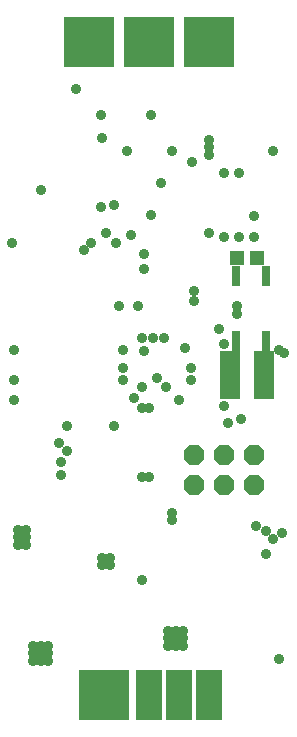
<source format=gbr>
G04 EAGLE Gerber RS-274X export*
G75*
%MOMM*%
%FSLAX34Y34*%
%LPD*%
%INSoldermask Bottom*%
%IPPOS*%
%AMOC8*
5,1,8,0,0,1.08239X$1,22.5*%
G01*
%ADD10P,1.869504X8X22.500000*%
%ADD11R,4.203200X4.203200*%
%ADD12R,2.203200X4.203200*%
%ADD13R,0.753200X1.653200*%
%ADD14R,1.803200X2.006200*%
%ADD15R,1.203200X1.303200*%
%ADD16C,0.914400*%


D10*
X161925Y200025D03*
X161925Y225425D03*
X187325Y200025D03*
X187325Y225425D03*
X212725Y200025D03*
X212725Y225425D03*
D11*
X73025Y574675D03*
X123825Y574675D03*
X174625Y574675D03*
X85725Y22225D03*
D12*
X123825Y22225D03*
X149225Y22225D03*
X174625Y22225D03*
D13*
X196850Y321750D03*
X222250Y321750D03*
X196850Y376750D03*
X222250Y376750D03*
D14*
X192155Y303213D03*
X220595Y303213D03*
X220595Y282575D03*
X192155Y282575D03*
D15*
X197875Y392113D03*
X214875Y392113D03*
D16*
X174625Y485775D03*
X174625Y479425D03*
X117475Y206375D03*
X31750Y449263D03*
X125413Y512763D03*
X93663Y436563D03*
X84138Y493713D03*
X7938Y404813D03*
X161925Y363538D03*
X9525Y288925D03*
X9525Y314325D03*
X53975Y249238D03*
X53975Y228600D03*
X117475Y265113D03*
X161925Y355600D03*
X127000Y323850D03*
X49213Y207963D03*
X123825Y265113D03*
X200025Y463550D03*
X212725Y409575D03*
X198438Y350838D03*
X198438Y344488D03*
X174625Y492125D03*
X238125Y311150D03*
X47625Y234950D03*
X9525Y271463D03*
X146050Y63500D03*
X139700Y63500D03*
X146050Y69850D03*
X139700Y69850D03*
X152400Y69850D03*
X152400Y63500D03*
X139700Y76200D03*
X146050Y76200D03*
X152400Y76200D03*
X222250Y141288D03*
X19050Y161925D03*
X19050Y155575D03*
X19050Y149225D03*
X142875Y169863D03*
X142875Y176213D03*
X233363Y314325D03*
X182563Y331788D03*
X12700Y161925D03*
X12700Y155575D03*
X12700Y149225D03*
X25400Y63500D03*
X31750Y63500D03*
X38100Y63500D03*
X25400Y57150D03*
X31750Y57150D03*
X38100Y57150D03*
X25400Y50800D03*
X31750Y50800D03*
X38100Y50800D03*
X123825Y206375D03*
X104775Y482600D03*
X228600Y482600D03*
X119063Y395288D03*
X68263Y398463D03*
X136525Y323850D03*
X117475Y282575D03*
X187325Y463550D03*
X49213Y219075D03*
X84138Y138113D03*
X90488Y138113D03*
X90488Y131763D03*
X84138Y131763D03*
X82550Y434975D03*
X87313Y412750D03*
X142875Y482600D03*
X82550Y512763D03*
X61913Y534988D03*
X160338Y473075D03*
X107950Y411163D03*
X74613Y404813D03*
X95250Y404813D03*
X133350Y455613D03*
X114300Y350838D03*
X101600Y314325D03*
X119063Y382588D03*
X101600Y288925D03*
X98425Y350838D03*
X158750Y288925D03*
X125413Y428625D03*
X93663Y249238D03*
X214313Y165100D03*
X111125Y273050D03*
X117475Y119063D03*
X117475Y323850D03*
X212725Y427038D03*
X119063Y312738D03*
X174625Y412750D03*
X138113Y282575D03*
X130175Y290513D03*
X101600Y298450D03*
X149225Y271463D03*
X158750Y298450D03*
X187325Y409575D03*
X190500Y252413D03*
X222250Y160338D03*
X200025Y409575D03*
X201613Y255588D03*
X228600Y153988D03*
X187325Y319088D03*
X187325Y266700D03*
X236538Y158750D03*
X233363Y52388D03*
X153988Y315913D03*
M02*

</source>
